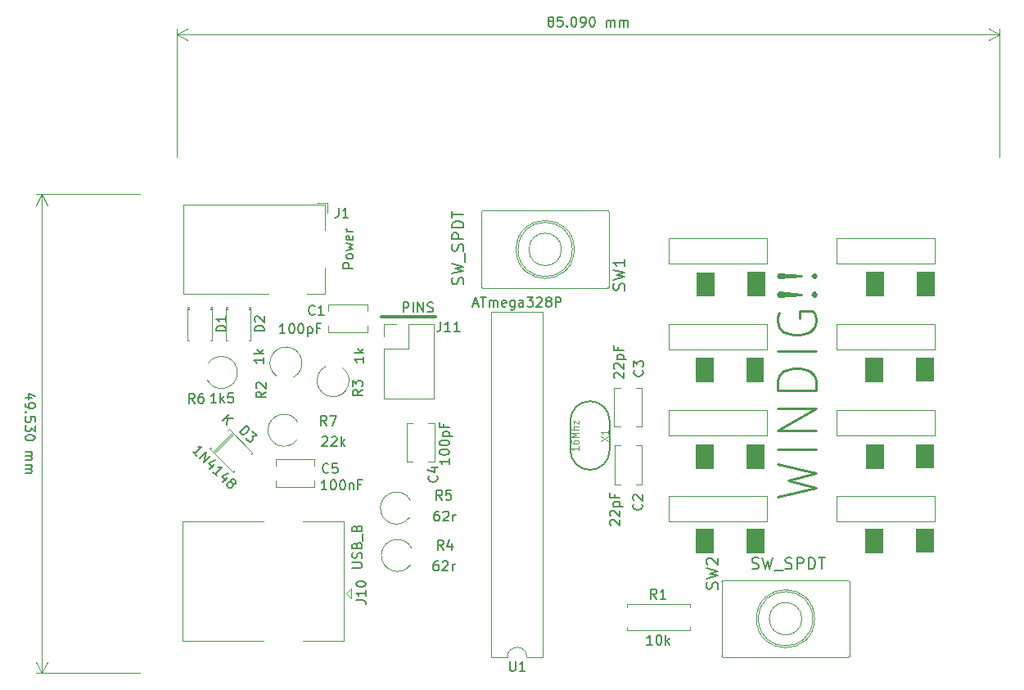
<source format=gbr>
G04 #@! TF.GenerationSoftware,KiCad,Pcbnew,5.1.4+dfsg1-1*
G04 #@! TF.CreationDate,2020-01-19T16:19:53-05:00*
G04 #@! TF.ProjectId,Windig_Kicad,57696e64-6967-45f4-9b69-6361642e6b69,rev?*
G04 #@! TF.SameCoordinates,Original*
G04 #@! TF.FileFunction,Legend,Top*
G04 #@! TF.FilePolarity,Positive*
%FSLAX46Y46*%
G04 Gerber Fmt 4.6, Leading zero omitted, Abs format (unit mm)*
G04 Created by KiCad (PCBNEW 5.1.4+dfsg1-1) date 2020-01-19 16:19:53*
%MOMM*%
%LPD*%
G04 APERTURE LIST*
%ADD10C,0.250000*%
%ADD11C,0.100000*%
%ADD12C,0.150000*%
%ADD13C,0.120000*%
%ADD14C,0.125000*%
%ADD15C,0.300000*%
%ADD16C,0.152400*%
%ADD17C,0.190500*%
G04 APERTURE END LIST*
D10*
X153559523Y-80844047D02*
X157559523Y-79891666D01*
X154702380Y-79129761D01*
X157559523Y-78367857D01*
X153559523Y-77415476D01*
X157559523Y-75891666D02*
X153559523Y-75891666D01*
X157559523Y-73986904D02*
X153559523Y-73986904D01*
X157559523Y-71701190D01*
X153559523Y-71701190D01*
X157559523Y-69796428D02*
X153559523Y-69796428D01*
X153559523Y-68844047D01*
X153750000Y-68272619D01*
X154130952Y-67891666D01*
X154511904Y-67701190D01*
X155273809Y-67510714D01*
X155845238Y-67510714D01*
X156607142Y-67701190D01*
X156988095Y-67891666D01*
X157369047Y-68272619D01*
X157559523Y-68844047D01*
X157559523Y-69796428D01*
X157559523Y-65796428D02*
X153559523Y-65796428D01*
X153750000Y-61796428D02*
X153559523Y-62177380D01*
X153559523Y-62748809D01*
X153750000Y-63320238D01*
X154130952Y-63701190D01*
X154511904Y-63891666D01*
X155273809Y-64082142D01*
X155845238Y-64082142D01*
X156607142Y-63891666D01*
X156988095Y-63701190D01*
X157369047Y-63320238D01*
X157559523Y-62748809D01*
X157559523Y-62367857D01*
X157369047Y-61796428D01*
X157178571Y-61605952D01*
X155845238Y-61605952D01*
X155845238Y-62367857D01*
X157178571Y-59891666D02*
X157369047Y-59701190D01*
X157559523Y-59891666D01*
X157369047Y-60082142D01*
X157178571Y-59891666D01*
X157559523Y-59891666D01*
X156035714Y-59891666D02*
X153750000Y-60082142D01*
X153559523Y-59891666D01*
X153750000Y-59701190D01*
X156035714Y-59891666D01*
X153559523Y-59891666D01*
X157178571Y-57986904D02*
X157369047Y-57796428D01*
X157559523Y-57986904D01*
X157369047Y-58177380D01*
X157178571Y-57986904D01*
X157559523Y-57986904D01*
X156035714Y-57986904D02*
X153750000Y-58177380D01*
X153559523Y-57986904D01*
X153750000Y-57796428D01*
X156035714Y-57986904D01*
X153559523Y-57986904D01*
D11*
G36*
X146900000Y-86600000D02*
G01*
X145125000Y-86600000D01*
X145125000Y-84175000D01*
X146900000Y-84175000D01*
X146900000Y-86600000D01*
G37*
X146900000Y-86600000D02*
X145125000Y-86600000D01*
X145125000Y-84175000D01*
X146900000Y-84175000D01*
X146900000Y-86600000D01*
G36*
X164450000Y-86575000D02*
G01*
X162675000Y-86575000D01*
X162675000Y-84150000D01*
X164450000Y-84150000D01*
X164450000Y-86575000D01*
G37*
X164450000Y-86575000D02*
X162675000Y-86575000D01*
X162675000Y-84150000D01*
X164450000Y-84150000D01*
X164450000Y-86575000D01*
G36*
X152125000Y-86575000D02*
G01*
X150350000Y-86575000D01*
X150350000Y-84150000D01*
X152125000Y-84150000D01*
X152125000Y-86575000D01*
G37*
X152125000Y-86575000D02*
X150350000Y-86575000D01*
X150350000Y-84150000D01*
X152125000Y-84150000D01*
X152125000Y-86575000D01*
G36*
X169675000Y-86550000D02*
G01*
X167900000Y-86550000D01*
X167900000Y-84125000D01*
X169675000Y-84125000D01*
X169675000Y-86550000D01*
G37*
X169675000Y-86550000D02*
X167900000Y-86550000D01*
X167900000Y-84125000D01*
X169675000Y-84125000D01*
X169675000Y-86550000D01*
G36*
X152150000Y-77850000D02*
G01*
X150375000Y-77850000D01*
X150375000Y-75425000D01*
X152150000Y-75425000D01*
X152150000Y-77850000D01*
G37*
X152150000Y-77850000D02*
X150375000Y-77850000D01*
X150375000Y-75425000D01*
X152150000Y-75425000D01*
X152150000Y-77850000D01*
G36*
X146925000Y-77875000D02*
G01*
X145150000Y-77875000D01*
X145150000Y-75450000D01*
X146925000Y-75450000D01*
X146925000Y-77875000D01*
G37*
X146925000Y-77875000D02*
X145150000Y-77875000D01*
X145150000Y-75450000D01*
X146925000Y-75450000D01*
X146925000Y-77875000D01*
G36*
X164475000Y-77850000D02*
G01*
X162700000Y-77850000D01*
X162700000Y-75425000D01*
X164475000Y-75425000D01*
X164475000Y-77850000D01*
G37*
X164475000Y-77850000D02*
X162700000Y-77850000D01*
X162700000Y-75425000D01*
X164475000Y-75425000D01*
X164475000Y-77850000D01*
G36*
X169700000Y-77825000D02*
G01*
X167925000Y-77825000D01*
X167925000Y-75400000D01*
X169700000Y-75400000D01*
X169700000Y-77825000D01*
G37*
X169700000Y-77825000D02*
X167925000Y-77825000D01*
X167925000Y-75400000D01*
X169700000Y-75400000D01*
X169700000Y-77825000D01*
G36*
X146875000Y-68900000D02*
G01*
X145100000Y-68900000D01*
X145100000Y-66475000D01*
X146875000Y-66475000D01*
X146875000Y-68900000D01*
G37*
X146875000Y-68900000D02*
X145100000Y-68900000D01*
X145100000Y-66475000D01*
X146875000Y-66475000D01*
X146875000Y-68900000D01*
G36*
X164425000Y-68875000D02*
G01*
X162650000Y-68875000D01*
X162650000Y-66450000D01*
X164425000Y-66450000D01*
X164425000Y-68875000D01*
G37*
X164425000Y-68875000D02*
X162650000Y-68875000D01*
X162650000Y-66450000D01*
X164425000Y-66450000D01*
X164425000Y-68875000D01*
G36*
X152100000Y-68875000D02*
G01*
X150325000Y-68875000D01*
X150325000Y-66450000D01*
X152100000Y-66450000D01*
X152100000Y-68875000D01*
G37*
X152100000Y-68875000D02*
X150325000Y-68875000D01*
X150325000Y-66450000D01*
X152100000Y-66450000D01*
X152100000Y-68875000D01*
G36*
X169650000Y-68850000D02*
G01*
X167875000Y-68850000D01*
X167875000Y-66425000D01*
X169650000Y-66425000D01*
X169650000Y-68850000D01*
G37*
X169650000Y-68850000D02*
X167875000Y-68850000D01*
X167875000Y-66425000D01*
X169650000Y-66425000D01*
X169650000Y-68850000D01*
G36*
X164525000Y-60000000D02*
G01*
X162750000Y-60000000D01*
X162750000Y-57575000D01*
X164525000Y-57575000D01*
X164525000Y-60000000D01*
G37*
X164525000Y-60000000D02*
X162750000Y-60000000D01*
X162750000Y-57575000D01*
X164525000Y-57575000D01*
X164525000Y-60000000D01*
G36*
X169750000Y-59975000D02*
G01*
X167975000Y-59975000D01*
X167975000Y-57550000D01*
X169750000Y-57550000D01*
X169750000Y-59975000D01*
G37*
X169750000Y-59975000D02*
X167975000Y-59975000D01*
X167975000Y-57550000D01*
X169750000Y-57550000D01*
X169750000Y-59975000D01*
G36*
X146975000Y-60025000D02*
G01*
X145200000Y-60025000D01*
X145200000Y-57600000D01*
X146975000Y-57600000D01*
X146975000Y-60025000D01*
G37*
X146975000Y-60025000D02*
X145200000Y-60025000D01*
X145200000Y-57600000D01*
X146975000Y-57600000D01*
X146975000Y-60025000D01*
G36*
X152200000Y-60000000D02*
G01*
X150425000Y-60000000D01*
X150425000Y-57575000D01*
X152200000Y-57575000D01*
X152200000Y-60000000D01*
G37*
X152200000Y-60000000D02*
X150425000Y-60000000D01*
X150425000Y-57575000D01*
X152200000Y-57575000D01*
X152200000Y-60000000D01*
D12*
X130032619Y-31630952D02*
X129937380Y-31583333D01*
X129889761Y-31535714D01*
X129842142Y-31440476D01*
X129842142Y-31392857D01*
X129889761Y-31297619D01*
X129937380Y-31250000D01*
X130032619Y-31202380D01*
X130223095Y-31202380D01*
X130318333Y-31250000D01*
X130365952Y-31297619D01*
X130413571Y-31392857D01*
X130413571Y-31440476D01*
X130365952Y-31535714D01*
X130318333Y-31583333D01*
X130223095Y-31630952D01*
X130032619Y-31630952D01*
X129937380Y-31678571D01*
X129889761Y-31726190D01*
X129842142Y-31821428D01*
X129842142Y-32011904D01*
X129889761Y-32107142D01*
X129937380Y-32154761D01*
X130032619Y-32202380D01*
X130223095Y-32202380D01*
X130318333Y-32154761D01*
X130365952Y-32107142D01*
X130413571Y-32011904D01*
X130413571Y-31821428D01*
X130365952Y-31726190D01*
X130318333Y-31678571D01*
X130223095Y-31630952D01*
X131318333Y-31202380D02*
X130842142Y-31202380D01*
X130794523Y-31678571D01*
X130842142Y-31630952D01*
X130937380Y-31583333D01*
X131175476Y-31583333D01*
X131270714Y-31630952D01*
X131318333Y-31678571D01*
X131365952Y-31773809D01*
X131365952Y-32011904D01*
X131318333Y-32107142D01*
X131270714Y-32154761D01*
X131175476Y-32202380D01*
X130937380Y-32202380D01*
X130842142Y-32154761D01*
X130794523Y-32107142D01*
X131794523Y-32107142D02*
X131842142Y-32154761D01*
X131794523Y-32202380D01*
X131746904Y-32154761D01*
X131794523Y-32107142D01*
X131794523Y-32202380D01*
X132461190Y-31202380D02*
X132556428Y-31202380D01*
X132651666Y-31250000D01*
X132699285Y-31297619D01*
X132746904Y-31392857D01*
X132794523Y-31583333D01*
X132794523Y-31821428D01*
X132746904Y-32011904D01*
X132699285Y-32107142D01*
X132651666Y-32154761D01*
X132556428Y-32202380D01*
X132461190Y-32202380D01*
X132365952Y-32154761D01*
X132318333Y-32107142D01*
X132270714Y-32011904D01*
X132223095Y-31821428D01*
X132223095Y-31583333D01*
X132270714Y-31392857D01*
X132318333Y-31297619D01*
X132365952Y-31250000D01*
X132461190Y-31202380D01*
X133270714Y-32202380D02*
X133461190Y-32202380D01*
X133556428Y-32154761D01*
X133604047Y-32107142D01*
X133699285Y-31964285D01*
X133746904Y-31773809D01*
X133746904Y-31392857D01*
X133699285Y-31297619D01*
X133651666Y-31250000D01*
X133556428Y-31202380D01*
X133365952Y-31202380D01*
X133270714Y-31250000D01*
X133223095Y-31297619D01*
X133175476Y-31392857D01*
X133175476Y-31630952D01*
X133223095Y-31726190D01*
X133270714Y-31773809D01*
X133365952Y-31821428D01*
X133556428Y-31821428D01*
X133651666Y-31773809D01*
X133699285Y-31726190D01*
X133746904Y-31630952D01*
X134365952Y-31202380D02*
X134461190Y-31202380D01*
X134556428Y-31250000D01*
X134604047Y-31297619D01*
X134651666Y-31392857D01*
X134699285Y-31583333D01*
X134699285Y-31821428D01*
X134651666Y-32011904D01*
X134604047Y-32107142D01*
X134556428Y-32154761D01*
X134461190Y-32202380D01*
X134365952Y-32202380D01*
X134270714Y-32154761D01*
X134223095Y-32107142D01*
X134175476Y-32011904D01*
X134127857Y-31821428D01*
X134127857Y-31583333D01*
X134175476Y-31392857D01*
X134223095Y-31297619D01*
X134270714Y-31250000D01*
X134365952Y-31202380D01*
X135889761Y-32202380D02*
X135889761Y-31535714D01*
X135889761Y-31630952D02*
X135937380Y-31583333D01*
X136032619Y-31535714D01*
X136175476Y-31535714D01*
X136270714Y-31583333D01*
X136318333Y-31678571D01*
X136318333Y-32202380D01*
X136318333Y-31678571D02*
X136365952Y-31583333D01*
X136461190Y-31535714D01*
X136604047Y-31535714D01*
X136699285Y-31583333D01*
X136746904Y-31678571D01*
X136746904Y-32202380D01*
X137223095Y-32202380D02*
X137223095Y-31535714D01*
X137223095Y-31630952D02*
X137270714Y-31583333D01*
X137365952Y-31535714D01*
X137508809Y-31535714D01*
X137604047Y-31583333D01*
X137651666Y-31678571D01*
X137651666Y-32202380D01*
X137651666Y-31678571D02*
X137699285Y-31583333D01*
X137794523Y-31535714D01*
X137937380Y-31535714D01*
X138032619Y-31583333D01*
X138080238Y-31678571D01*
X138080238Y-32202380D01*
D13*
X91440000Y-33020000D02*
X176530000Y-33020000D01*
X91440000Y-45720000D02*
X91440000Y-32433579D01*
X176530000Y-45720000D02*
X176530000Y-32433579D01*
X176530000Y-33020000D02*
X175403496Y-33606421D01*
X176530000Y-33020000D02*
X175403496Y-32433579D01*
X91440000Y-33020000D02*
X92566504Y-33606421D01*
X91440000Y-33020000D02*
X92566504Y-32433579D01*
D12*
X76414285Y-70628333D02*
X75747619Y-70628333D01*
X76795238Y-70390238D02*
X76080952Y-70152142D01*
X76080952Y-70771190D01*
X75747619Y-71199761D02*
X75747619Y-71390238D01*
X75795238Y-71485476D01*
X75842857Y-71533095D01*
X75985714Y-71628333D01*
X76176190Y-71675952D01*
X76557142Y-71675952D01*
X76652380Y-71628333D01*
X76700000Y-71580714D01*
X76747619Y-71485476D01*
X76747619Y-71295000D01*
X76700000Y-71199761D01*
X76652380Y-71152142D01*
X76557142Y-71104523D01*
X76319047Y-71104523D01*
X76223809Y-71152142D01*
X76176190Y-71199761D01*
X76128571Y-71295000D01*
X76128571Y-71485476D01*
X76176190Y-71580714D01*
X76223809Y-71628333D01*
X76319047Y-71675952D01*
X75842857Y-72104523D02*
X75795238Y-72152142D01*
X75747619Y-72104523D01*
X75795238Y-72056904D01*
X75842857Y-72104523D01*
X75747619Y-72104523D01*
X76747619Y-73056904D02*
X76747619Y-72580714D01*
X76271428Y-72533095D01*
X76319047Y-72580714D01*
X76366666Y-72675952D01*
X76366666Y-72914047D01*
X76319047Y-73009285D01*
X76271428Y-73056904D01*
X76176190Y-73104523D01*
X75938095Y-73104523D01*
X75842857Y-73056904D01*
X75795238Y-73009285D01*
X75747619Y-72914047D01*
X75747619Y-72675952D01*
X75795238Y-72580714D01*
X75842857Y-72533095D01*
X76747619Y-73437857D02*
X76747619Y-74056904D01*
X76366666Y-73723571D01*
X76366666Y-73866428D01*
X76319047Y-73961666D01*
X76271428Y-74009285D01*
X76176190Y-74056904D01*
X75938095Y-74056904D01*
X75842857Y-74009285D01*
X75795238Y-73961666D01*
X75747619Y-73866428D01*
X75747619Y-73580714D01*
X75795238Y-73485476D01*
X75842857Y-73437857D01*
X76747619Y-74675952D02*
X76747619Y-74771190D01*
X76700000Y-74866428D01*
X76652380Y-74914047D01*
X76557142Y-74961666D01*
X76366666Y-75009285D01*
X76128571Y-75009285D01*
X75938095Y-74961666D01*
X75842857Y-74914047D01*
X75795238Y-74866428D01*
X75747619Y-74771190D01*
X75747619Y-74675952D01*
X75795238Y-74580714D01*
X75842857Y-74533095D01*
X75938095Y-74485476D01*
X76128571Y-74437857D01*
X76366666Y-74437857D01*
X76557142Y-74485476D01*
X76652380Y-74533095D01*
X76700000Y-74580714D01*
X76747619Y-74675952D01*
X75747619Y-76199761D02*
X76414285Y-76199761D01*
X76319047Y-76199761D02*
X76366666Y-76247380D01*
X76414285Y-76342619D01*
X76414285Y-76485476D01*
X76366666Y-76580714D01*
X76271428Y-76628333D01*
X75747619Y-76628333D01*
X76271428Y-76628333D02*
X76366666Y-76675952D01*
X76414285Y-76771190D01*
X76414285Y-76914047D01*
X76366666Y-77009285D01*
X76271428Y-77056904D01*
X75747619Y-77056904D01*
X75747619Y-77533095D02*
X76414285Y-77533095D01*
X76319047Y-77533095D02*
X76366666Y-77580714D01*
X76414285Y-77675952D01*
X76414285Y-77818809D01*
X76366666Y-77914047D01*
X76271428Y-77961666D01*
X75747619Y-77961666D01*
X76271428Y-77961666D02*
X76366666Y-78009285D01*
X76414285Y-78104523D01*
X76414285Y-78247380D01*
X76366666Y-78342619D01*
X76271428Y-78390238D01*
X75747619Y-78390238D01*
D13*
X77470000Y-49530000D02*
X77470000Y-99060000D01*
X87630000Y-49530000D02*
X76883579Y-49530000D01*
X87630000Y-99060000D02*
X76883579Y-99060000D01*
X77470000Y-99060000D02*
X76883579Y-97933496D01*
X77470000Y-99060000D02*
X78056421Y-97933496D01*
X77470000Y-49530000D02*
X76883579Y-50656504D01*
X77470000Y-49530000D02*
X78056421Y-50656504D01*
X144505000Y-94670000D02*
X144505000Y-94340000D01*
X137965000Y-94670000D02*
X144505000Y-94670000D01*
X137965000Y-94340000D02*
X137965000Y-94670000D01*
X144505000Y-91930000D02*
X144505000Y-92260000D01*
X137965000Y-91930000D02*
X144505000Y-91930000D01*
X137965000Y-92260000D02*
X137965000Y-91930000D01*
X103869775Y-74921380D02*
G75*
G02X103978272Y-73150000I-1344775J971380D01*
G01*
X94705225Y-67003620D02*
G75*
G02X94596728Y-68775000I1344775J-971380D01*
G01*
X115494775Y-82971380D02*
G75*
G02X115603272Y-81200000I-1344775J971380D01*
G01*
X115594775Y-87871380D02*
G75*
G02X115703272Y-86100000I-1344775J971380D01*
G01*
X101753620Y-68344775D02*
G75*
G02X103525000Y-68453272I971380J1344775D01*
G01*
X108571380Y-67480225D02*
G75*
G02X106800000Y-67371728I-971380J-1344775D01*
G01*
X105695000Y-79170000D02*
X105695000Y-79795000D01*
X105695000Y-76955000D02*
X105695000Y-77580000D01*
X101655000Y-79170000D02*
X101655000Y-79795000D01*
X101655000Y-76955000D02*
X101655000Y-77580000D01*
X101655000Y-79795000D02*
X105695000Y-79795000D01*
X101655000Y-76955000D02*
X105695000Y-76955000D01*
X97173330Y-74190147D02*
X95165147Y-76198330D01*
X97343036Y-74359853D02*
X95334853Y-76368036D01*
X97258183Y-74275000D02*
X95250000Y-76283183D01*
X97258183Y-78291367D02*
X97385462Y-78164087D01*
X94825736Y-75858919D02*
X97258183Y-78291367D01*
X94953015Y-75731640D02*
X94825736Y-75858919D01*
X99266367Y-76283183D02*
X99139087Y-76410462D01*
X96833919Y-73850736D02*
X99266367Y-76283183D01*
X96706640Y-73978015D02*
X96833919Y-73850736D01*
D12*
X134175000Y-70939000D02*
G75*
G03X132143000Y-72971000I0J-2032000D01*
G01*
X136207000Y-72971000D02*
G75*
G03X134175000Y-70939000I-2032000J0D01*
G01*
X132143000Y-76019000D02*
G75*
G03X134175000Y-78051000I2032000J0D01*
G01*
X134175000Y-78051000D02*
G75*
G03X136207000Y-76019000I0J2032000D01*
G01*
X132143000Y-72971000D02*
X132143000Y-76019000D01*
X132143000Y-76019000D02*
X132143000Y-72971000D01*
X136207000Y-76019000D02*
X136207000Y-72971000D01*
D13*
X123990000Y-97405000D02*
X125640000Y-97405000D01*
X123990000Y-61725000D02*
X123990000Y-97405000D01*
X129290000Y-61725000D02*
X123990000Y-61725000D01*
X129290000Y-97405000D02*
X129290000Y-61725000D01*
X127640000Y-97405000D02*
X129290000Y-97405000D01*
X125640000Y-97405000D02*
G75*
G02X127640000Y-97405000I1000000J0D01*
G01*
D14*
X147800000Y-97350000D02*
X147800000Y-89550000D01*
X147900000Y-89450000D02*
X160900000Y-89450000D01*
X161000000Y-89550000D02*
X161000000Y-97350000D01*
X160900000Y-97450000D02*
X147900000Y-97450000D01*
X157400000Y-93450000D02*
G75*
G03X157400000Y-93450000I-3000000J0D01*
G01*
X147923000Y-97450500D02*
G75*
G02X147796000Y-97323500I0J127000D01*
G01*
X160877000Y-89449500D02*
G75*
G02X161004000Y-89576500I0J-127000D01*
G01*
X147796000Y-89576500D02*
G75*
G02X147923000Y-89449500I127000J0D01*
G01*
X161004000Y-97323500D02*
G75*
G02X160877000Y-97450500I-127000J0D01*
G01*
X157205522Y-93450000D02*
G75*
G03X157205522Y-93450000I-2805522J0D01*
G01*
X156081252Y-93450000D02*
G75*
G03X156081252Y-93450000I-1681252J0D01*
G01*
X136140000Y-51345000D02*
X136140000Y-59145000D01*
X136040000Y-59245000D02*
X123040000Y-59245000D01*
X122940000Y-59145000D02*
X122940000Y-51345000D01*
X123040000Y-51245000D02*
X136040000Y-51245000D01*
X132540000Y-55245000D02*
G75*
G03X132540000Y-55245000I-3000000J0D01*
G01*
X136017000Y-51244500D02*
G75*
G02X136144000Y-51371500I0J-127000D01*
G01*
X123063000Y-59245500D02*
G75*
G02X122936000Y-59118500I0J127000D01*
G01*
X136144000Y-59118500D02*
G75*
G02X136017000Y-59245500I-127000J0D01*
G01*
X122936000Y-51371500D02*
G75*
G02X123063000Y-51244500I127000J0D01*
G01*
X132345522Y-55245000D02*
G75*
G03X132345522Y-55245000I-2805522J0D01*
G01*
X131221252Y-55245000D02*
G75*
G03X131221252Y-55245000I-1681252J0D01*
G01*
D13*
X152515000Y-62965000D02*
X142355000Y-62965000D01*
X142355000Y-62965000D02*
X142355000Y-65632000D01*
X142355000Y-65632000D02*
X152515000Y-65632000D01*
X152515000Y-65632000D02*
X152515000Y-62965000D01*
X169870000Y-62965000D02*
X159710000Y-62965000D01*
X159710000Y-62965000D02*
X159710000Y-65632000D01*
X159710000Y-65632000D02*
X169870000Y-65632000D01*
X169870000Y-65632000D02*
X169870000Y-62965000D01*
X152515000Y-80745000D02*
X142355000Y-80745000D01*
X142355000Y-80745000D02*
X142355000Y-83412000D01*
X142355000Y-83412000D02*
X152515000Y-83412000D01*
X152515000Y-83412000D02*
X152515000Y-80745000D01*
X169870000Y-80745000D02*
X159710000Y-80745000D01*
X159710000Y-80745000D02*
X159710000Y-83412000D01*
X159710000Y-83412000D02*
X169870000Y-83412000D01*
X169870000Y-83412000D02*
X169870000Y-80745000D01*
D15*
X118214000Y-62238000D02*
X112626000Y-62238000D01*
D13*
X112820000Y-62940000D02*
X114090000Y-62940000D01*
X112820000Y-64270000D02*
X112820000Y-62940000D01*
X115420000Y-65540000D02*
X112820000Y-65540000D01*
X115420000Y-62940000D02*
X115420000Y-65540000D01*
X118020000Y-62940000D02*
X115420000Y-62940000D01*
X118020000Y-70680000D02*
X118020000Y-62940000D01*
X112820000Y-70680000D02*
X118020000Y-70680000D01*
X112820000Y-65540000D02*
X112820000Y-70680000D01*
X152515000Y-54075000D02*
X142355000Y-54075000D01*
X142355000Y-54075000D02*
X142355000Y-56742000D01*
X142355000Y-56742000D02*
X152515000Y-56742000D01*
X152515000Y-56742000D02*
X152515000Y-54075000D01*
X169870000Y-54075000D02*
X159710000Y-54075000D01*
X159710000Y-54075000D02*
X159710000Y-56742000D01*
X159710000Y-56742000D02*
X169870000Y-56742000D01*
X169870000Y-56742000D02*
X169870000Y-54075000D01*
X152515000Y-71855000D02*
X142355000Y-71855000D01*
X142355000Y-71855000D02*
X142355000Y-74522000D01*
X142355000Y-74522000D02*
X152515000Y-74522000D01*
X152515000Y-74522000D02*
X152515000Y-71855000D01*
X169870000Y-71855000D02*
X159710000Y-71855000D01*
X159710000Y-71855000D02*
X159710000Y-74522000D01*
X159710000Y-74522000D02*
X169870000Y-74522000D01*
X169870000Y-74522000D02*
X169870000Y-71855000D01*
X109470000Y-90305000D02*
X108970000Y-90805000D01*
X109470000Y-91305000D02*
X109470000Y-90305000D01*
X108970000Y-90805000D02*
X109470000Y-91305000D01*
X92030000Y-83395000D02*
X100390000Y-83395000D01*
X92030000Y-95715000D02*
X92030000Y-83395000D01*
X100390000Y-95715000D02*
X92030000Y-95715000D01*
X108750000Y-83395000D02*
X104490000Y-83395000D01*
X108750000Y-95715000D02*
X108750000Y-83395000D01*
X104490000Y-95715000D02*
X108750000Y-95715000D01*
X106980000Y-51495000D02*
X106980000Y-50445000D01*
X105930000Y-50445000D02*
X106980000Y-50445000D01*
X100880000Y-59845000D02*
X92080000Y-59845000D01*
X92080000Y-59845000D02*
X92080000Y-50645000D01*
X106780000Y-57145000D02*
X106780000Y-59845000D01*
X106780000Y-59845000D02*
X104880000Y-59845000D01*
X92080000Y-50645000D02*
X106780000Y-50645000D01*
X106780000Y-50645000D02*
X106780000Y-53245000D01*
X96695000Y-61475000D02*
X96515000Y-61475000D01*
X99035000Y-61475000D02*
X98855000Y-61475000D01*
X96695000Y-61355000D02*
X96515000Y-61355000D01*
X99035000Y-61355000D02*
X98855000Y-61355000D01*
X96680000Y-64655000D02*
X96515000Y-64655000D01*
X99035000Y-64655000D02*
X98870000Y-64655000D01*
X96695000Y-61235000D02*
X96515000Y-61235000D01*
X99035000Y-61235000D02*
X98855000Y-61235000D01*
X96515000Y-61235000D02*
X96515000Y-64655000D01*
X99035000Y-61235000D02*
X99035000Y-64655000D01*
X92720000Y-61475000D02*
X92540000Y-61475000D01*
X95060000Y-61475000D02*
X94880000Y-61475000D01*
X92720000Y-61355000D02*
X92540000Y-61355000D01*
X95060000Y-61355000D02*
X94880000Y-61355000D01*
X92705000Y-64655000D02*
X92540000Y-64655000D01*
X95060000Y-64655000D02*
X94895000Y-64655000D01*
X92720000Y-61235000D02*
X92540000Y-61235000D01*
X95060000Y-61235000D02*
X94880000Y-61235000D01*
X92540000Y-61235000D02*
X92540000Y-64655000D01*
X95060000Y-61235000D02*
X95060000Y-64655000D01*
X138895000Y-69555000D02*
X139520000Y-69555000D01*
X136680000Y-69555000D02*
X137305000Y-69555000D01*
X138895000Y-73595000D02*
X139520000Y-73595000D01*
X136680000Y-73595000D02*
X137305000Y-73595000D01*
X139520000Y-73595000D02*
X139520000Y-69555000D01*
X136680000Y-73595000D02*
X136680000Y-69555000D01*
X137330000Y-79570000D02*
X136705000Y-79570000D01*
X139545000Y-79570000D02*
X138920000Y-79570000D01*
X137330000Y-75530000D02*
X136705000Y-75530000D01*
X139545000Y-75530000D02*
X138920000Y-75530000D01*
X136705000Y-75530000D02*
X136705000Y-79570000D01*
X139545000Y-75530000D02*
X139545000Y-79570000D01*
X107130000Y-61580000D02*
X107130000Y-60955000D01*
X107130000Y-63795000D02*
X107130000Y-63170000D01*
X111170000Y-61580000D02*
X111170000Y-60955000D01*
X111170000Y-63795000D02*
X111170000Y-63170000D01*
X111170000Y-60955000D02*
X107130000Y-60955000D01*
X111170000Y-63795000D02*
X107130000Y-63795000D01*
X115855000Y-77220000D02*
X115230000Y-77220000D01*
X118070000Y-77220000D02*
X117445000Y-77220000D01*
X115855000Y-73180000D02*
X115230000Y-73180000D01*
X118070000Y-73180000D02*
X117445000Y-73180000D01*
X115230000Y-73180000D02*
X115230000Y-77220000D01*
X118070000Y-73180000D02*
X118070000Y-77220000D01*
D12*
X141068333Y-91382380D02*
X140735000Y-90906190D01*
X140496904Y-91382380D02*
X140496904Y-90382380D01*
X140877857Y-90382380D01*
X140973095Y-90430000D01*
X141020714Y-90477619D01*
X141068333Y-90572857D01*
X141068333Y-90715714D01*
X141020714Y-90810952D01*
X140973095Y-90858571D01*
X140877857Y-90906190D01*
X140496904Y-90906190D01*
X142020714Y-91382380D02*
X141449285Y-91382380D01*
X141735000Y-91382380D02*
X141735000Y-90382380D01*
X141639761Y-90525238D01*
X141544523Y-90620476D01*
X141449285Y-90668095D01*
X140639761Y-96122380D02*
X140068333Y-96122380D01*
X140354047Y-96122380D02*
X140354047Y-95122380D01*
X140258809Y-95265238D01*
X140163571Y-95360476D01*
X140068333Y-95408095D01*
X141258809Y-95122380D02*
X141354047Y-95122380D01*
X141449285Y-95170000D01*
X141496904Y-95217619D01*
X141544523Y-95312857D01*
X141592142Y-95503333D01*
X141592142Y-95741428D01*
X141544523Y-95931904D01*
X141496904Y-96027142D01*
X141449285Y-96074761D01*
X141354047Y-96122380D01*
X141258809Y-96122380D01*
X141163571Y-96074761D01*
X141115952Y-96027142D01*
X141068333Y-95931904D01*
X141020714Y-95741428D01*
X141020714Y-95503333D01*
X141068333Y-95312857D01*
X141115952Y-95217619D01*
X141163571Y-95170000D01*
X141258809Y-95122380D01*
X142020714Y-96122380D02*
X142020714Y-95122380D01*
X142115952Y-95741428D02*
X142401666Y-96122380D01*
X142401666Y-95455714D02*
X142020714Y-95836666D01*
X106933333Y-73477380D02*
X106600000Y-73001190D01*
X106361904Y-73477380D02*
X106361904Y-72477380D01*
X106742857Y-72477380D01*
X106838095Y-72525000D01*
X106885714Y-72572619D01*
X106933333Y-72667857D01*
X106933333Y-72810714D01*
X106885714Y-72905952D01*
X106838095Y-72953571D01*
X106742857Y-73001190D01*
X106361904Y-73001190D01*
X107266666Y-72477380D02*
X107933333Y-72477380D01*
X107504761Y-73477380D01*
X106483333Y-74697619D02*
X106530952Y-74650000D01*
X106626190Y-74602380D01*
X106864285Y-74602380D01*
X106959523Y-74650000D01*
X107007142Y-74697619D01*
X107054761Y-74792857D01*
X107054761Y-74888095D01*
X107007142Y-75030952D01*
X106435714Y-75602380D01*
X107054761Y-75602380D01*
X107435714Y-74697619D02*
X107483333Y-74650000D01*
X107578571Y-74602380D01*
X107816666Y-74602380D01*
X107911904Y-74650000D01*
X107959523Y-74697619D01*
X108007142Y-74792857D01*
X108007142Y-74888095D01*
X107959523Y-75030952D01*
X107388095Y-75602380D01*
X108007142Y-75602380D01*
X108435714Y-75602380D02*
X108435714Y-74602380D01*
X108530952Y-75221428D02*
X108816666Y-75602380D01*
X108816666Y-74935714D02*
X108435714Y-75316666D01*
X93283333Y-71147380D02*
X92950000Y-70671190D01*
X92711904Y-71147380D02*
X92711904Y-70147380D01*
X93092857Y-70147380D01*
X93188095Y-70195000D01*
X93235714Y-70242619D01*
X93283333Y-70337857D01*
X93283333Y-70480714D01*
X93235714Y-70575952D01*
X93188095Y-70623571D01*
X93092857Y-70671190D01*
X92711904Y-70671190D01*
X94140476Y-70147380D02*
X93950000Y-70147380D01*
X93854761Y-70195000D01*
X93807142Y-70242619D01*
X93711904Y-70385476D01*
X93664285Y-70575952D01*
X93664285Y-70956904D01*
X93711904Y-71052142D01*
X93759523Y-71099761D01*
X93854761Y-71147380D01*
X94045238Y-71147380D01*
X94140476Y-71099761D01*
X94188095Y-71052142D01*
X94235714Y-70956904D01*
X94235714Y-70718809D01*
X94188095Y-70623571D01*
X94140476Y-70575952D01*
X94045238Y-70528333D01*
X93854761Y-70528333D01*
X93759523Y-70575952D01*
X93711904Y-70623571D01*
X93664285Y-70718809D01*
X95529761Y-71102380D02*
X94958333Y-71102380D01*
X95244047Y-71102380D02*
X95244047Y-70102380D01*
X95148809Y-70245238D01*
X95053571Y-70340476D01*
X94958333Y-70388095D01*
X95958333Y-71102380D02*
X95958333Y-70102380D01*
X96053571Y-70721428D02*
X96339285Y-71102380D01*
X96339285Y-70435714D02*
X95958333Y-70816666D01*
X97244047Y-70102380D02*
X96767857Y-70102380D01*
X96720238Y-70578571D01*
X96767857Y-70530952D01*
X96863095Y-70483333D01*
X97101190Y-70483333D01*
X97196428Y-70530952D01*
X97244047Y-70578571D01*
X97291666Y-70673809D01*
X97291666Y-70911904D01*
X97244047Y-71007142D01*
X97196428Y-71054761D01*
X97101190Y-71102380D01*
X96863095Y-71102380D01*
X96767857Y-71054761D01*
X96720238Y-71007142D01*
X118883333Y-81152380D02*
X118550000Y-80676190D01*
X118311904Y-81152380D02*
X118311904Y-80152380D01*
X118692857Y-80152380D01*
X118788095Y-80200000D01*
X118835714Y-80247619D01*
X118883333Y-80342857D01*
X118883333Y-80485714D01*
X118835714Y-80580952D01*
X118788095Y-80628571D01*
X118692857Y-80676190D01*
X118311904Y-80676190D01*
X119788095Y-80152380D02*
X119311904Y-80152380D01*
X119264285Y-80628571D01*
X119311904Y-80580952D01*
X119407142Y-80533333D01*
X119645238Y-80533333D01*
X119740476Y-80580952D01*
X119788095Y-80628571D01*
X119835714Y-80723809D01*
X119835714Y-80961904D01*
X119788095Y-81057142D01*
X119740476Y-81104761D01*
X119645238Y-81152380D01*
X119407142Y-81152380D01*
X119311904Y-81104761D01*
X119264285Y-81057142D01*
X118504761Y-82327380D02*
X118314285Y-82327380D01*
X118219047Y-82375000D01*
X118171428Y-82422619D01*
X118076190Y-82565476D01*
X118028571Y-82755952D01*
X118028571Y-83136904D01*
X118076190Y-83232142D01*
X118123809Y-83279761D01*
X118219047Y-83327380D01*
X118409523Y-83327380D01*
X118504761Y-83279761D01*
X118552380Y-83232142D01*
X118600000Y-83136904D01*
X118600000Y-82898809D01*
X118552380Y-82803571D01*
X118504761Y-82755952D01*
X118409523Y-82708333D01*
X118219047Y-82708333D01*
X118123809Y-82755952D01*
X118076190Y-82803571D01*
X118028571Y-82898809D01*
X118980952Y-82422619D02*
X119028571Y-82375000D01*
X119123809Y-82327380D01*
X119361904Y-82327380D01*
X119457142Y-82375000D01*
X119504761Y-82422619D01*
X119552380Y-82517857D01*
X119552380Y-82613095D01*
X119504761Y-82755952D01*
X118933333Y-83327380D01*
X119552380Y-83327380D01*
X119980952Y-83327380D02*
X119980952Y-82660714D01*
X119980952Y-82851190D02*
X120028571Y-82755952D01*
X120076190Y-82708333D01*
X120171428Y-82660714D01*
X120266666Y-82660714D01*
X119033333Y-86302380D02*
X118700000Y-85826190D01*
X118461904Y-86302380D02*
X118461904Y-85302380D01*
X118842857Y-85302380D01*
X118938095Y-85350000D01*
X118985714Y-85397619D01*
X119033333Y-85492857D01*
X119033333Y-85635714D01*
X118985714Y-85730952D01*
X118938095Y-85778571D01*
X118842857Y-85826190D01*
X118461904Y-85826190D01*
X119890476Y-85635714D02*
X119890476Y-86302380D01*
X119652380Y-85254761D02*
X119414285Y-85969047D01*
X120033333Y-85969047D01*
X118454761Y-87477380D02*
X118264285Y-87477380D01*
X118169047Y-87525000D01*
X118121428Y-87572619D01*
X118026190Y-87715476D01*
X117978571Y-87905952D01*
X117978571Y-88286904D01*
X118026190Y-88382142D01*
X118073809Y-88429761D01*
X118169047Y-88477380D01*
X118359523Y-88477380D01*
X118454761Y-88429761D01*
X118502380Y-88382142D01*
X118550000Y-88286904D01*
X118550000Y-88048809D01*
X118502380Y-87953571D01*
X118454761Y-87905952D01*
X118359523Y-87858333D01*
X118169047Y-87858333D01*
X118073809Y-87905952D01*
X118026190Y-87953571D01*
X117978571Y-88048809D01*
X118930952Y-87572619D02*
X118978571Y-87525000D01*
X119073809Y-87477380D01*
X119311904Y-87477380D01*
X119407142Y-87525000D01*
X119454761Y-87572619D01*
X119502380Y-87667857D01*
X119502380Y-87763095D01*
X119454761Y-87905952D01*
X118883333Y-88477380D01*
X119502380Y-88477380D01*
X119930952Y-88477380D02*
X119930952Y-87810714D01*
X119930952Y-88001190D02*
X119978571Y-87905952D01*
X120026190Y-87858333D01*
X120121428Y-87810714D01*
X120216666Y-87810714D01*
X110627380Y-69766666D02*
X110151190Y-70100000D01*
X110627380Y-70338095D02*
X109627380Y-70338095D01*
X109627380Y-69957142D01*
X109675000Y-69861904D01*
X109722619Y-69814285D01*
X109817857Y-69766666D01*
X109960714Y-69766666D01*
X110055952Y-69814285D01*
X110103571Y-69861904D01*
X110151190Y-69957142D01*
X110151190Y-70338095D01*
X109627380Y-69433333D02*
X109627380Y-68814285D01*
X110008333Y-69147619D01*
X110008333Y-69004761D01*
X110055952Y-68909523D01*
X110103571Y-68861904D01*
X110198809Y-68814285D01*
X110436904Y-68814285D01*
X110532142Y-68861904D01*
X110579761Y-68909523D01*
X110627380Y-69004761D01*
X110627380Y-69290476D01*
X110579761Y-69385714D01*
X110532142Y-69433333D01*
X100427380Y-66444047D02*
X100427380Y-67015476D01*
X100427380Y-66729761D02*
X99427380Y-66729761D01*
X99570238Y-66825000D01*
X99665476Y-66920238D01*
X99713095Y-67015476D01*
X100427380Y-66015476D02*
X99427380Y-66015476D01*
X100046428Y-65920238D02*
X100427380Y-65634523D01*
X99760714Y-65634523D02*
X100141666Y-66015476D01*
X100627380Y-69966666D02*
X100151190Y-70300000D01*
X100627380Y-70538095D02*
X99627380Y-70538095D01*
X99627380Y-70157142D01*
X99675000Y-70061904D01*
X99722619Y-70014285D01*
X99817857Y-69966666D01*
X99960714Y-69966666D01*
X100055952Y-70014285D01*
X100103571Y-70061904D01*
X100151190Y-70157142D01*
X100151190Y-70538095D01*
X99722619Y-69585714D02*
X99675000Y-69538095D01*
X99627380Y-69442857D01*
X99627380Y-69204761D01*
X99675000Y-69109523D01*
X99722619Y-69061904D01*
X99817857Y-69014285D01*
X99913095Y-69014285D01*
X100055952Y-69061904D01*
X100627380Y-69633333D01*
X100627380Y-69014285D01*
X110777380Y-66344047D02*
X110777380Y-66915476D01*
X110777380Y-66629761D02*
X109777380Y-66629761D01*
X109920238Y-66725000D01*
X110015476Y-66820238D01*
X110063095Y-66915476D01*
X110777380Y-65915476D02*
X109777380Y-65915476D01*
X110396428Y-65820238D02*
X110777380Y-65534523D01*
X110110714Y-65534523D02*
X110491666Y-65915476D01*
X107133333Y-78282142D02*
X107085714Y-78329761D01*
X106942857Y-78377380D01*
X106847619Y-78377380D01*
X106704761Y-78329761D01*
X106609523Y-78234523D01*
X106561904Y-78139285D01*
X106514285Y-77948809D01*
X106514285Y-77805952D01*
X106561904Y-77615476D01*
X106609523Y-77520238D01*
X106704761Y-77425000D01*
X106847619Y-77377380D01*
X106942857Y-77377380D01*
X107085714Y-77425000D01*
X107133333Y-77472619D01*
X108038095Y-77377380D02*
X107561904Y-77377380D01*
X107514285Y-77853571D01*
X107561904Y-77805952D01*
X107657142Y-77758333D01*
X107895238Y-77758333D01*
X107990476Y-77805952D01*
X108038095Y-77853571D01*
X108085714Y-77948809D01*
X108085714Y-78186904D01*
X108038095Y-78282142D01*
X107990476Y-78329761D01*
X107895238Y-78377380D01*
X107657142Y-78377380D01*
X107561904Y-78329761D01*
X107514285Y-78282142D01*
X106952380Y-80102380D02*
X106380952Y-80102380D01*
X106666666Y-80102380D02*
X106666666Y-79102380D01*
X106571428Y-79245238D01*
X106476190Y-79340476D01*
X106380952Y-79388095D01*
X107571428Y-79102380D02*
X107666666Y-79102380D01*
X107761904Y-79150000D01*
X107809523Y-79197619D01*
X107857142Y-79292857D01*
X107904761Y-79483333D01*
X107904761Y-79721428D01*
X107857142Y-79911904D01*
X107809523Y-80007142D01*
X107761904Y-80054761D01*
X107666666Y-80102380D01*
X107571428Y-80102380D01*
X107476190Y-80054761D01*
X107428571Y-80007142D01*
X107380952Y-79911904D01*
X107333333Y-79721428D01*
X107333333Y-79483333D01*
X107380952Y-79292857D01*
X107428571Y-79197619D01*
X107476190Y-79150000D01*
X107571428Y-79102380D01*
X108523809Y-79102380D02*
X108619047Y-79102380D01*
X108714285Y-79150000D01*
X108761904Y-79197619D01*
X108809523Y-79292857D01*
X108857142Y-79483333D01*
X108857142Y-79721428D01*
X108809523Y-79911904D01*
X108761904Y-80007142D01*
X108714285Y-80054761D01*
X108619047Y-80102380D01*
X108523809Y-80102380D01*
X108428571Y-80054761D01*
X108380952Y-80007142D01*
X108333333Y-79911904D01*
X108285714Y-79721428D01*
X108285714Y-79483333D01*
X108333333Y-79292857D01*
X108380952Y-79197619D01*
X108428571Y-79150000D01*
X108523809Y-79102380D01*
X109285714Y-79435714D02*
X109285714Y-80102380D01*
X109285714Y-79530952D02*
X109333333Y-79483333D01*
X109428571Y-79435714D01*
X109571428Y-79435714D01*
X109666666Y-79483333D01*
X109714285Y-79578571D01*
X109714285Y-80102380D01*
X110523809Y-79578571D02*
X110190476Y-79578571D01*
X110190476Y-80102380D02*
X110190476Y-79102380D01*
X110666666Y-79102380D01*
X97915456Y-74157822D02*
X98622562Y-73450715D01*
X98790921Y-73619074D01*
X98858265Y-73753761D01*
X98858265Y-73888448D01*
X98824593Y-73989463D01*
X98723578Y-74157822D01*
X98622562Y-74258837D01*
X98454204Y-74359853D01*
X98353188Y-74393524D01*
X98218501Y-74393524D01*
X98083814Y-74326181D01*
X97915456Y-74157822D01*
X99262326Y-74090478D02*
X99700059Y-74528211D01*
X99194982Y-74561883D01*
X99295998Y-74662898D01*
X99329669Y-74763914D01*
X99329669Y-74831257D01*
X99295998Y-74932272D01*
X99127639Y-75100631D01*
X99026624Y-75134303D01*
X98959280Y-75134303D01*
X98858265Y-75100631D01*
X98656234Y-74898601D01*
X98622562Y-74797585D01*
X98622562Y-74730242D01*
X93499742Y-76586902D02*
X93095681Y-76182841D01*
X93297712Y-76384872D02*
X94004818Y-75677765D01*
X93836460Y-75711437D01*
X93701773Y-75711437D01*
X93600757Y-75677765D01*
X93802788Y-76889948D02*
X94509895Y-76182841D01*
X94206849Y-77294009D01*
X94913956Y-76586902D01*
X95318017Y-77462368D02*
X94846612Y-77933772D01*
X95419032Y-77024635D02*
X94745597Y-77361353D01*
X95183330Y-77799085D01*
X95587391Y-78674551D02*
X95183330Y-78270490D01*
X95385360Y-78472520D02*
X96092467Y-77765414D01*
X95924108Y-77799085D01*
X95789421Y-77799085D01*
X95688406Y-77765414D01*
X96664887Y-78809238D02*
X96193482Y-79280642D01*
X96765902Y-78371505D02*
X96092467Y-78708223D01*
X96530200Y-79145955D01*
X97068948Y-79347986D02*
X97035276Y-79246971D01*
X97035276Y-79179627D01*
X97068948Y-79078612D01*
X97102619Y-79044940D01*
X97203635Y-79011268D01*
X97270978Y-79011268D01*
X97371993Y-79044940D01*
X97506680Y-79179627D01*
X97540352Y-79280642D01*
X97540352Y-79347986D01*
X97506680Y-79449001D01*
X97473009Y-79482673D01*
X97371993Y-79516345D01*
X97304650Y-79516345D01*
X97203635Y-79482673D01*
X97068948Y-79347986D01*
X96967932Y-79314314D01*
X96900589Y-79314314D01*
X96799574Y-79347986D01*
X96664887Y-79482673D01*
X96631215Y-79583688D01*
X96631215Y-79651032D01*
X96664887Y-79752047D01*
X96799574Y-79886734D01*
X96900589Y-79920406D01*
X96967932Y-79920406D01*
X97068948Y-79886734D01*
X97203635Y-79752047D01*
X97237306Y-79651032D01*
X97237306Y-79583688D01*
X97203635Y-79482673D01*
X96159137Y-72995473D02*
X96866244Y-72288366D01*
X96563198Y-73399534D02*
X96664214Y-72692427D01*
X97270305Y-72692427D02*
X96462183Y-72692427D01*
D11*
X135315666Y-75061666D02*
X136015666Y-74595000D01*
X135315666Y-74595000D02*
X136015666Y-75061666D01*
X136015666Y-73961666D02*
X136015666Y-74361666D01*
X136015666Y-74161666D02*
X135315666Y-74161666D01*
X135415666Y-74228333D01*
X135482333Y-74295000D01*
X135515666Y-74361666D01*
X132967666Y-75628333D02*
X132967666Y-76028333D01*
X132967666Y-75828333D02*
X132267666Y-75828333D01*
X132367666Y-75895000D01*
X132434333Y-75961666D01*
X132467666Y-76028333D01*
X132267666Y-75028333D02*
X132267666Y-75161666D01*
X132301000Y-75228333D01*
X132334333Y-75261666D01*
X132434333Y-75328333D01*
X132567666Y-75361666D01*
X132834333Y-75361666D01*
X132901000Y-75328333D01*
X132934333Y-75295000D01*
X132967666Y-75228333D01*
X132967666Y-75095000D01*
X132934333Y-75028333D01*
X132901000Y-74995000D01*
X132834333Y-74961666D01*
X132667666Y-74961666D01*
X132601000Y-74995000D01*
X132567666Y-75028333D01*
X132534333Y-75095000D01*
X132534333Y-75228333D01*
X132567666Y-75295000D01*
X132601000Y-75328333D01*
X132667666Y-75361666D01*
X132967666Y-74661666D02*
X132267666Y-74661666D01*
X132767666Y-74428333D01*
X132267666Y-74195000D01*
X132967666Y-74195000D01*
X132967666Y-73861666D02*
X132267666Y-73861666D01*
X132967666Y-73561666D02*
X132601000Y-73561666D01*
X132534333Y-73595000D01*
X132501000Y-73661666D01*
X132501000Y-73761666D01*
X132534333Y-73828333D01*
X132567666Y-73861666D01*
X132501000Y-73295000D02*
X132501000Y-72928333D01*
X132967666Y-73295000D01*
X132967666Y-72928333D01*
D12*
X125878095Y-97857380D02*
X125878095Y-98666904D01*
X125925714Y-98762142D01*
X125973333Y-98809761D01*
X126068571Y-98857380D01*
X126259047Y-98857380D01*
X126354285Y-98809761D01*
X126401904Y-98762142D01*
X126449523Y-98666904D01*
X126449523Y-97857380D01*
X127449523Y-98857380D02*
X126878095Y-98857380D01*
X127163809Y-98857380D02*
X127163809Y-97857380D01*
X127068571Y-98000238D01*
X126973333Y-98095476D01*
X126878095Y-98143095D01*
X122092380Y-60891666D02*
X122568571Y-60891666D01*
X121997142Y-61177380D02*
X122330476Y-60177380D01*
X122663809Y-61177380D01*
X122854285Y-60177380D02*
X123425714Y-60177380D01*
X123140000Y-61177380D02*
X123140000Y-60177380D01*
X123759047Y-61177380D02*
X123759047Y-60510714D01*
X123759047Y-60605952D02*
X123806666Y-60558333D01*
X123901904Y-60510714D01*
X124044761Y-60510714D01*
X124140000Y-60558333D01*
X124187619Y-60653571D01*
X124187619Y-61177380D01*
X124187619Y-60653571D02*
X124235238Y-60558333D01*
X124330476Y-60510714D01*
X124473333Y-60510714D01*
X124568571Y-60558333D01*
X124616190Y-60653571D01*
X124616190Y-61177380D01*
X125473333Y-61129761D02*
X125378095Y-61177380D01*
X125187619Y-61177380D01*
X125092380Y-61129761D01*
X125044761Y-61034523D01*
X125044761Y-60653571D01*
X125092380Y-60558333D01*
X125187619Y-60510714D01*
X125378095Y-60510714D01*
X125473333Y-60558333D01*
X125520952Y-60653571D01*
X125520952Y-60748809D01*
X125044761Y-60844047D01*
X126378095Y-60510714D02*
X126378095Y-61320238D01*
X126330476Y-61415476D01*
X126282857Y-61463095D01*
X126187619Y-61510714D01*
X126044761Y-61510714D01*
X125949523Y-61463095D01*
X126378095Y-61129761D02*
X126282857Y-61177380D01*
X126092380Y-61177380D01*
X125997142Y-61129761D01*
X125949523Y-61082142D01*
X125901904Y-60986904D01*
X125901904Y-60701190D01*
X125949523Y-60605952D01*
X125997142Y-60558333D01*
X126092380Y-60510714D01*
X126282857Y-60510714D01*
X126378095Y-60558333D01*
X127282857Y-61177380D02*
X127282857Y-60653571D01*
X127235238Y-60558333D01*
X127140000Y-60510714D01*
X126949523Y-60510714D01*
X126854285Y-60558333D01*
X127282857Y-61129761D02*
X127187619Y-61177380D01*
X126949523Y-61177380D01*
X126854285Y-61129761D01*
X126806666Y-61034523D01*
X126806666Y-60939285D01*
X126854285Y-60844047D01*
X126949523Y-60796428D01*
X127187619Y-60796428D01*
X127282857Y-60748809D01*
X127663809Y-60177380D02*
X128282857Y-60177380D01*
X127949523Y-60558333D01*
X128092380Y-60558333D01*
X128187619Y-60605952D01*
X128235238Y-60653571D01*
X128282857Y-60748809D01*
X128282857Y-60986904D01*
X128235238Y-61082142D01*
X128187619Y-61129761D01*
X128092380Y-61177380D01*
X127806666Y-61177380D01*
X127711428Y-61129761D01*
X127663809Y-61082142D01*
X128663809Y-60272619D02*
X128711428Y-60225000D01*
X128806666Y-60177380D01*
X129044761Y-60177380D01*
X129140000Y-60225000D01*
X129187619Y-60272619D01*
X129235238Y-60367857D01*
X129235238Y-60463095D01*
X129187619Y-60605952D01*
X128616190Y-61177380D01*
X129235238Y-61177380D01*
X129806666Y-60605952D02*
X129711428Y-60558333D01*
X129663809Y-60510714D01*
X129616190Y-60415476D01*
X129616190Y-60367857D01*
X129663809Y-60272619D01*
X129711428Y-60225000D01*
X129806666Y-60177380D01*
X129997142Y-60177380D01*
X130092380Y-60225000D01*
X130140000Y-60272619D01*
X130187619Y-60367857D01*
X130187619Y-60415476D01*
X130140000Y-60510714D01*
X130092380Y-60558333D01*
X129997142Y-60605952D01*
X129806666Y-60605952D01*
X129711428Y-60653571D01*
X129663809Y-60701190D01*
X129616190Y-60796428D01*
X129616190Y-60986904D01*
X129663809Y-61082142D01*
X129711428Y-61129761D01*
X129806666Y-61177380D01*
X129997142Y-61177380D01*
X130092380Y-61129761D01*
X130140000Y-61082142D01*
X130187619Y-60986904D01*
X130187619Y-60796428D01*
X130140000Y-60701190D01*
X130092380Y-60653571D01*
X129997142Y-60605952D01*
X130616190Y-61177380D02*
X130616190Y-60177380D01*
X130997142Y-60177380D01*
X131092380Y-60225000D01*
X131140000Y-60272619D01*
X131187619Y-60367857D01*
X131187619Y-60510714D01*
X131140000Y-60605952D01*
X131092380Y-60653571D01*
X130997142Y-60701190D01*
X130616190Y-60701190D01*
D16*
X147360095Y-90371130D02*
X147417547Y-90198773D01*
X147417547Y-89911511D01*
X147360095Y-89796606D01*
X147302642Y-89739154D01*
X147187738Y-89681701D01*
X147072833Y-89681701D01*
X146957928Y-89739154D01*
X146900476Y-89796606D01*
X146843023Y-89911511D01*
X146785571Y-90141320D01*
X146728119Y-90256225D01*
X146670666Y-90313678D01*
X146555761Y-90371130D01*
X146440857Y-90371130D01*
X146325952Y-90313678D01*
X146268500Y-90256225D01*
X146211047Y-90141320D01*
X146211047Y-89854059D01*
X146268500Y-89681701D01*
X146211047Y-89279535D02*
X147417547Y-88992273D01*
X146555761Y-88762463D01*
X147417547Y-88532654D01*
X146211047Y-88245392D01*
X146325952Y-87843225D02*
X146268500Y-87785773D01*
X146211047Y-87670868D01*
X146211047Y-87383606D01*
X146268500Y-87268701D01*
X146325952Y-87211249D01*
X146440857Y-87153797D01*
X146555761Y-87153797D01*
X146728119Y-87211249D01*
X147417547Y-87900678D01*
X147417547Y-87153797D01*
X150918869Y-88255095D02*
X151091226Y-88312547D01*
X151378488Y-88312547D01*
X151493393Y-88255095D01*
X151550845Y-88197642D01*
X151608298Y-88082738D01*
X151608298Y-87967833D01*
X151550845Y-87852928D01*
X151493393Y-87795476D01*
X151378488Y-87738023D01*
X151148679Y-87680571D01*
X151033774Y-87623119D01*
X150976321Y-87565666D01*
X150918869Y-87450761D01*
X150918869Y-87335857D01*
X150976321Y-87220952D01*
X151033774Y-87163500D01*
X151148679Y-87106047D01*
X151435940Y-87106047D01*
X151608298Y-87163500D01*
X152010464Y-87106047D02*
X152297726Y-88312547D01*
X152527536Y-87450761D01*
X152757345Y-88312547D01*
X153044607Y-87106047D01*
X153216964Y-88427452D02*
X154136202Y-88427452D01*
X154366012Y-88255095D02*
X154538369Y-88312547D01*
X154825631Y-88312547D01*
X154940536Y-88255095D01*
X154997988Y-88197642D01*
X155055440Y-88082738D01*
X155055440Y-87967833D01*
X154997988Y-87852928D01*
X154940536Y-87795476D01*
X154825631Y-87738023D01*
X154595821Y-87680571D01*
X154480917Y-87623119D01*
X154423464Y-87565666D01*
X154366012Y-87450761D01*
X154366012Y-87335857D01*
X154423464Y-87220952D01*
X154480917Y-87163500D01*
X154595821Y-87106047D01*
X154883083Y-87106047D01*
X155055440Y-87163500D01*
X155572512Y-88312547D02*
X155572512Y-87106047D01*
X156032131Y-87106047D01*
X156147036Y-87163500D01*
X156204488Y-87220952D01*
X156261940Y-87335857D01*
X156261940Y-87508214D01*
X156204488Y-87623119D01*
X156147036Y-87680571D01*
X156032131Y-87738023D01*
X155572512Y-87738023D01*
X156779012Y-88312547D02*
X156779012Y-87106047D01*
X157066274Y-87106047D01*
X157238631Y-87163500D01*
X157353536Y-87278404D01*
X157410988Y-87393309D01*
X157468440Y-87623119D01*
X157468440Y-87795476D01*
X157410988Y-88025285D01*
X157353536Y-88140190D01*
X157238631Y-88255095D01*
X157066274Y-88312547D01*
X156779012Y-88312547D01*
X157813155Y-87106047D02*
X158502583Y-87106047D01*
X158157869Y-88312547D02*
X158157869Y-87106047D01*
X137710095Y-59471202D02*
X137767547Y-59298845D01*
X137767547Y-59011583D01*
X137710095Y-58896679D01*
X137652642Y-58839226D01*
X137537738Y-58781774D01*
X137422833Y-58781774D01*
X137307928Y-58839226D01*
X137250476Y-58896679D01*
X137193023Y-59011583D01*
X137135571Y-59241393D01*
X137078119Y-59356298D01*
X137020666Y-59413750D01*
X136905761Y-59471202D01*
X136790857Y-59471202D01*
X136675952Y-59413750D01*
X136618500Y-59356298D01*
X136561047Y-59241393D01*
X136561047Y-58954131D01*
X136618500Y-58781774D01*
X136561047Y-58379607D02*
X137767547Y-58092345D01*
X136905761Y-57862536D01*
X137767547Y-57632726D01*
X136561047Y-57345464D01*
X137767547Y-56253869D02*
X137767547Y-56943298D01*
X137767547Y-56598583D02*
X136561047Y-56598583D01*
X136733404Y-56713488D01*
X136848309Y-56828393D01*
X136905761Y-56943298D01*
X121043095Y-58851679D02*
X121100547Y-58679321D01*
X121100547Y-58392060D01*
X121043095Y-58277155D01*
X120985642Y-58219702D01*
X120870738Y-58162250D01*
X120755833Y-58162250D01*
X120640928Y-58219702D01*
X120583476Y-58277155D01*
X120526023Y-58392060D01*
X120468571Y-58621869D01*
X120411119Y-58736774D01*
X120353666Y-58794226D01*
X120238761Y-58851679D01*
X120123857Y-58851679D01*
X120008952Y-58794226D01*
X119951500Y-58736774D01*
X119894047Y-58621869D01*
X119894047Y-58334607D01*
X119951500Y-58162250D01*
X119894047Y-57760083D02*
X121100547Y-57472821D01*
X120238761Y-57243012D01*
X121100547Y-57013202D01*
X119894047Y-56725940D01*
X121215452Y-56553583D02*
X121215452Y-55634345D01*
X121043095Y-55404536D02*
X121100547Y-55232179D01*
X121100547Y-54944917D01*
X121043095Y-54830012D01*
X120985642Y-54772560D01*
X120870738Y-54715107D01*
X120755833Y-54715107D01*
X120640928Y-54772560D01*
X120583476Y-54830012D01*
X120526023Y-54944917D01*
X120468571Y-55174726D01*
X120411119Y-55289631D01*
X120353666Y-55347083D01*
X120238761Y-55404536D01*
X120123857Y-55404536D01*
X120008952Y-55347083D01*
X119951500Y-55289631D01*
X119894047Y-55174726D01*
X119894047Y-54887464D01*
X119951500Y-54715107D01*
X121100547Y-54198036D02*
X119894047Y-54198036D01*
X119894047Y-53738417D01*
X119951500Y-53623512D01*
X120008952Y-53566060D01*
X120123857Y-53508607D01*
X120296214Y-53508607D01*
X120411119Y-53566060D01*
X120468571Y-53623512D01*
X120526023Y-53738417D01*
X120526023Y-54198036D01*
X121100547Y-52991536D02*
X119894047Y-52991536D01*
X119894047Y-52704274D01*
X119951500Y-52531917D01*
X120066404Y-52417012D01*
X120181309Y-52359560D01*
X120411119Y-52302107D01*
X120583476Y-52302107D01*
X120813285Y-52359560D01*
X120928190Y-52417012D01*
X121043095Y-52531917D01*
X121100547Y-52704274D01*
X121100547Y-52991536D01*
X119894047Y-51957393D02*
X119894047Y-51267964D01*
X121100547Y-51612679D02*
X119894047Y-51612679D01*
D17*
X118727523Y-62718619D02*
X118727523Y-63444333D01*
X118679142Y-63589476D01*
X118582380Y-63686238D01*
X118437238Y-63734619D01*
X118340476Y-63734619D01*
X119743523Y-63734619D02*
X119162952Y-63734619D01*
X119453238Y-63734619D02*
X119453238Y-62718619D01*
X119356476Y-62863761D01*
X119259714Y-62960523D01*
X119162952Y-63008904D01*
X120711142Y-63734619D02*
X120130571Y-63734619D01*
X120420857Y-63734619D02*
X120420857Y-62718619D01*
X120324095Y-62863761D01*
X120227333Y-62960523D01*
X120130571Y-63008904D01*
X114851000Y-61734619D02*
X114851000Y-60718619D01*
X115238047Y-60718619D01*
X115334809Y-60767000D01*
X115383190Y-60815380D01*
X115431571Y-60912142D01*
X115431571Y-61057285D01*
X115383190Y-61154047D01*
X115334809Y-61202428D01*
X115238047Y-61250809D01*
X114851000Y-61250809D01*
X115867000Y-61734619D02*
X115867000Y-60718619D01*
X116350809Y-61734619D02*
X116350809Y-60718619D01*
X116931380Y-61734619D01*
X116931380Y-60718619D01*
X117366809Y-61686238D02*
X117511952Y-61734619D01*
X117753857Y-61734619D01*
X117850619Y-61686238D01*
X117899000Y-61637857D01*
X117947380Y-61541095D01*
X117947380Y-61444333D01*
X117899000Y-61347571D01*
X117850619Y-61299190D01*
X117753857Y-61250809D01*
X117560333Y-61202428D01*
X117463571Y-61154047D01*
X117415190Y-61105666D01*
X117366809Y-61008904D01*
X117366809Y-60912142D01*
X117415190Y-60815380D01*
X117463571Y-60767000D01*
X117560333Y-60718619D01*
X117802238Y-60718619D01*
X117947380Y-60767000D01*
D12*
X109977380Y-91509523D02*
X110691666Y-91509523D01*
X110834523Y-91557142D01*
X110929761Y-91652380D01*
X110977380Y-91795238D01*
X110977380Y-91890476D01*
X110977380Y-90509523D02*
X110977380Y-91080952D01*
X110977380Y-90795238D02*
X109977380Y-90795238D01*
X110120238Y-90890476D01*
X110215476Y-90985714D01*
X110263095Y-91080952D01*
X109977380Y-89890476D02*
X109977380Y-89795238D01*
X110025000Y-89700000D01*
X110072619Y-89652380D01*
X110167857Y-89604761D01*
X110358333Y-89557142D01*
X110596428Y-89557142D01*
X110786904Y-89604761D01*
X110882142Y-89652380D01*
X110929761Y-89700000D01*
X110977380Y-89795238D01*
X110977380Y-89890476D01*
X110929761Y-89985714D01*
X110882142Y-90033333D01*
X110786904Y-90080952D01*
X110596428Y-90128571D01*
X110358333Y-90128571D01*
X110167857Y-90080952D01*
X110072619Y-90033333D01*
X110025000Y-89985714D01*
X109977380Y-89890476D01*
X109577380Y-88192857D02*
X110386904Y-88192857D01*
X110482142Y-88145238D01*
X110529761Y-88097619D01*
X110577380Y-88002380D01*
X110577380Y-87811904D01*
X110529761Y-87716666D01*
X110482142Y-87669047D01*
X110386904Y-87621428D01*
X109577380Y-87621428D01*
X110529761Y-87192857D02*
X110577380Y-87050000D01*
X110577380Y-86811904D01*
X110529761Y-86716666D01*
X110482142Y-86669047D01*
X110386904Y-86621428D01*
X110291666Y-86621428D01*
X110196428Y-86669047D01*
X110148809Y-86716666D01*
X110101190Y-86811904D01*
X110053571Y-87002380D01*
X110005952Y-87097619D01*
X109958333Y-87145238D01*
X109863095Y-87192857D01*
X109767857Y-87192857D01*
X109672619Y-87145238D01*
X109625000Y-87097619D01*
X109577380Y-87002380D01*
X109577380Y-86764285D01*
X109625000Y-86621428D01*
X110053571Y-85859523D02*
X110101190Y-85716666D01*
X110148809Y-85669047D01*
X110244047Y-85621428D01*
X110386904Y-85621428D01*
X110482142Y-85669047D01*
X110529761Y-85716666D01*
X110577380Y-85811904D01*
X110577380Y-86192857D01*
X109577380Y-86192857D01*
X109577380Y-85859523D01*
X109625000Y-85764285D01*
X109672619Y-85716666D01*
X109767857Y-85669047D01*
X109863095Y-85669047D01*
X109958333Y-85716666D01*
X110005952Y-85764285D01*
X110053571Y-85859523D01*
X110053571Y-86192857D01*
X110672619Y-85430952D02*
X110672619Y-84669047D01*
X110053571Y-84097619D02*
X110101190Y-83954761D01*
X110148809Y-83907142D01*
X110244047Y-83859523D01*
X110386904Y-83859523D01*
X110482142Y-83907142D01*
X110529761Y-83954761D01*
X110577380Y-84050000D01*
X110577380Y-84430952D01*
X109577380Y-84430952D01*
X109577380Y-84097619D01*
X109625000Y-84002380D01*
X109672619Y-83954761D01*
X109767857Y-83907142D01*
X109863095Y-83907142D01*
X109958333Y-83954761D01*
X110005952Y-84002380D01*
X110053571Y-84097619D01*
X110053571Y-84430952D01*
X108166666Y-50927380D02*
X108166666Y-51641666D01*
X108119047Y-51784523D01*
X108023809Y-51879761D01*
X107880952Y-51927380D01*
X107785714Y-51927380D01*
X109166666Y-51927380D02*
X108595238Y-51927380D01*
X108880952Y-51927380D02*
X108880952Y-50927380D01*
X108785714Y-51070238D01*
X108690476Y-51165476D01*
X108595238Y-51213095D01*
X109652380Y-57176190D02*
X108652380Y-57176190D01*
X108652380Y-56795238D01*
X108700000Y-56700000D01*
X108747619Y-56652380D01*
X108842857Y-56604761D01*
X108985714Y-56604761D01*
X109080952Y-56652380D01*
X109128571Y-56700000D01*
X109176190Y-56795238D01*
X109176190Y-57176190D01*
X109652380Y-56033333D02*
X109604761Y-56128571D01*
X109557142Y-56176190D01*
X109461904Y-56223809D01*
X109176190Y-56223809D01*
X109080952Y-56176190D01*
X109033333Y-56128571D01*
X108985714Y-56033333D01*
X108985714Y-55890476D01*
X109033333Y-55795238D01*
X109080952Y-55747619D01*
X109176190Y-55700000D01*
X109461904Y-55700000D01*
X109557142Y-55747619D01*
X109604761Y-55795238D01*
X109652380Y-55890476D01*
X109652380Y-56033333D01*
X108985714Y-55366666D02*
X109652380Y-55176190D01*
X109176190Y-54985714D01*
X109652380Y-54795238D01*
X108985714Y-54604761D01*
X109604761Y-53842857D02*
X109652380Y-53938095D01*
X109652380Y-54128571D01*
X109604761Y-54223809D01*
X109509523Y-54271428D01*
X109128571Y-54271428D01*
X109033333Y-54223809D01*
X108985714Y-54128571D01*
X108985714Y-53938095D01*
X109033333Y-53842857D01*
X109128571Y-53795238D01*
X109223809Y-53795238D01*
X109319047Y-54271428D01*
X109652380Y-53366666D02*
X108985714Y-53366666D01*
X109176190Y-53366666D02*
X109080952Y-53319047D01*
X109033333Y-53271428D01*
X108985714Y-53176190D01*
X108985714Y-53080952D01*
X100487380Y-63683095D02*
X99487380Y-63683095D01*
X99487380Y-63445000D01*
X99535000Y-63302142D01*
X99630238Y-63206904D01*
X99725476Y-63159285D01*
X99915952Y-63111666D01*
X100058809Y-63111666D01*
X100249285Y-63159285D01*
X100344523Y-63206904D01*
X100439761Y-63302142D01*
X100487380Y-63445000D01*
X100487380Y-63683095D01*
X99582619Y-62730714D02*
X99535000Y-62683095D01*
X99487380Y-62587857D01*
X99487380Y-62349761D01*
X99535000Y-62254523D01*
X99582619Y-62206904D01*
X99677857Y-62159285D01*
X99773095Y-62159285D01*
X99915952Y-62206904D01*
X100487380Y-62778333D01*
X100487380Y-62159285D01*
X96512380Y-63683095D02*
X95512380Y-63683095D01*
X95512380Y-63445000D01*
X95560000Y-63302142D01*
X95655238Y-63206904D01*
X95750476Y-63159285D01*
X95940952Y-63111666D01*
X96083809Y-63111666D01*
X96274285Y-63159285D01*
X96369523Y-63206904D01*
X96464761Y-63302142D01*
X96512380Y-63445000D01*
X96512380Y-63683095D01*
X96512380Y-62159285D02*
X96512380Y-62730714D01*
X96512380Y-62445000D02*
X95512380Y-62445000D01*
X95655238Y-62540238D01*
X95750476Y-62635476D01*
X95798095Y-62730714D01*
X139582142Y-67741666D02*
X139629761Y-67789285D01*
X139677380Y-67932142D01*
X139677380Y-68027380D01*
X139629761Y-68170238D01*
X139534523Y-68265476D01*
X139439285Y-68313095D01*
X139248809Y-68360714D01*
X139105952Y-68360714D01*
X138915476Y-68313095D01*
X138820238Y-68265476D01*
X138725000Y-68170238D01*
X138677380Y-68027380D01*
X138677380Y-67932142D01*
X138725000Y-67789285D01*
X138772619Y-67741666D01*
X138677380Y-67408333D02*
X138677380Y-66789285D01*
X139058333Y-67122619D01*
X139058333Y-66979761D01*
X139105952Y-66884523D01*
X139153571Y-66836904D01*
X139248809Y-66789285D01*
X139486904Y-66789285D01*
X139582142Y-66836904D01*
X139629761Y-66884523D01*
X139677380Y-66979761D01*
X139677380Y-67265476D01*
X139629761Y-67360714D01*
X139582142Y-67408333D01*
X136722619Y-68542857D02*
X136675000Y-68495238D01*
X136627380Y-68400000D01*
X136627380Y-68161904D01*
X136675000Y-68066666D01*
X136722619Y-68019047D01*
X136817857Y-67971428D01*
X136913095Y-67971428D01*
X137055952Y-68019047D01*
X137627380Y-68590476D01*
X137627380Y-67971428D01*
X136722619Y-67590476D02*
X136675000Y-67542857D01*
X136627380Y-67447619D01*
X136627380Y-67209523D01*
X136675000Y-67114285D01*
X136722619Y-67066666D01*
X136817857Y-67019047D01*
X136913095Y-67019047D01*
X137055952Y-67066666D01*
X137627380Y-67638095D01*
X137627380Y-67019047D01*
X136960714Y-66590476D02*
X137960714Y-66590476D01*
X137008333Y-66590476D02*
X136960714Y-66495238D01*
X136960714Y-66304761D01*
X137008333Y-66209523D01*
X137055952Y-66161904D01*
X137151190Y-66114285D01*
X137436904Y-66114285D01*
X137532142Y-66161904D01*
X137579761Y-66209523D01*
X137627380Y-66304761D01*
X137627380Y-66495238D01*
X137579761Y-66590476D01*
X137103571Y-65352380D02*
X137103571Y-65685714D01*
X137627380Y-65685714D02*
X136627380Y-65685714D01*
X136627380Y-65209523D01*
X139507142Y-81566666D02*
X139554761Y-81614285D01*
X139602380Y-81757142D01*
X139602380Y-81852380D01*
X139554761Y-81995238D01*
X139459523Y-82090476D01*
X139364285Y-82138095D01*
X139173809Y-82185714D01*
X139030952Y-82185714D01*
X138840476Y-82138095D01*
X138745238Y-82090476D01*
X138650000Y-81995238D01*
X138602380Y-81852380D01*
X138602380Y-81757142D01*
X138650000Y-81614285D01*
X138697619Y-81566666D01*
X138697619Y-81185714D02*
X138650000Y-81138095D01*
X138602380Y-81042857D01*
X138602380Y-80804761D01*
X138650000Y-80709523D01*
X138697619Y-80661904D01*
X138792857Y-80614285D01*
X138888095Y-80614285D01*
X139030952Y-80661904D01*
X139602380Y-81233333D01*
X139602380Y-80614285D01*
X136347619Y-83767857D02*
X136300000Y-83720238D01*
X136252380Y-83625000D01*
X136252380Y-83386904D01*
X136300000Y-83291666D01*
X136347619Y-83244047D01*
X136442857Y-83196428D01*
X136538095Y-83196428D01*
X136680952Y-83244047D01*
X137252380Y-83815476D01*
X137252380Y-83196428D01*
X136347619Y-82815476D02*
X136300000Y-82767857D01*
X136252380Y-82672619D01*
X136252380Y-82434523D01*
X136300000Y-82339285D01*
X136347619Y-82291666D01*
X136442857Y-82244047D01*
X136538095Y-82244047D01*
X136680952Y-82291666D01*
X137252380Y-82863095D01*
X137252380Y-82244047D01*
X136585714Y-81815476D02*
X137585714Y-81815476D01*
X136633333Y-81815476D02*
X136585714Y-81720238D01*
X136585714Y-81529761D01*
X136633333Y-81434523D01*
X136680952Y-81386904D01*
X136776190Y-81339285D01*
X137061904Y-81339285D01*
X137157142Y-81386904D01*
X137204761Y-81434523D01*
X137252380Y-81529761D01*
X137252380Y-81720238D01*
X137204761Y-81815476D01*
X136728571Y-80577380D02*
X136728571Y-80910714D01*
X137252380Y-80910714D02*
X136252380Y-80910714D01*
X136252380Y-80434523D01*
X105708333Y-61932142D02*
X105660714Y-61979761D01*
X105517857Y-62027380D01*
X105422619Y-62027380D01*
X105279761Y-61979761D01*
X105184523Y-61884523D01*
X105136904Y-61789285D01*
X105089285Y-61598809D01*
X105089285Y-61455952D01*
X105136904Y-61265476D01*
X105184523Y-61170238D01*
X105279761Y-61075000D01*
X105422619Y-61027380D01*
X105517857Y-61027380D01*
X105660714Y-61075000D01*
X105708333Y-61122619D01*
X106660714Y-62027380D02*
X106089285Y-62027380D01*
X106375000Y-62027380D02*
X106375000Y-61027380D01*
X106279761Y-61170238D01*
X106184523Y-61265476D01*
X106089285Y-61313095D01*
X102652380Y-63927380D02*
X102080952Y-63927380D01*
X102366666Y-63927380D02*
X102366666Y-62927380D01*
X102271428Y-63070238D01*
X102176190Y-63165476D01*
X102080952Y-63213095D01*
X103271428Y-62927380D02*
X103366666Y-62927380D01*
X103461904Y-62975000D01*
X103509523Y-63022619D01*
X103557142Y-63117857D01*
X103604761Y-63308333D01*
X103604761Y-63546428D01*
X103557142Y-63736904D01*
X103509523Y-63832142D01*
X103461904Y-63879761D01*
X103366666Y-63927380D01*
X103271428Y-63927380D01*
X103176190Y-63879761D01*
X103128571Y-63832142D01*
X103080952Y-63736904D01*
X103033333Y-63546428D01*
X103033333Y-63308333D01*
X103080952Y-63117857D01*
X103128571Y-63022619D01*
X103176190Y-62975000D01*
X103271428Y-62927380D01*
X104223809Y-62927380D02*
X104319047Y-62927380D01*
X104414285Y-62975000D01*
X104461904Y-63022619D01*
X104509523Y-63117857D01*
X104557142Y-63308333D01*
X104557142Y-63546428D01*
X104509523Y-63736904D01*
X104461904Y-63832142D01*
X104414285Y-63879761D01*
X104319047Y-63927380D01*
X104223809Y-63927380D01*
X104128571Y-63879761D01*
X104080952Y-63832142D01*
X104033333Y-63736904D01*
X103985714Y-63546428D01*
X103985714Y-63308333D01*
X104033333Y-63117857D01*
X104080952Y-63022619D01*
X104128571Y-62975000D01*
X104223809Y-62927380D01*
X104985714Y-63260714D02*
X104985714Y-64260714D01*
X104985714Y-63308333D02*
X105080952Y-63260714D01*
X105271428Y-63260714D01*
X105366666Y-63308333D01*
X105414285Y-63355952D01*
X105461904Y-63451190D01*
X105461904Y-63736904D01*
X105414285Y-63832142D01*
X105366666Y-63879761D01*
X105271428Y-63927380D01*
X105080952Y-63927380D01*
X104985714Y-63879761D01*
X106223809Y-63403571D02*
X105890476Y-63403571D01*
X105890476Y-63927380D02*
X105890476Y-62927380D01*
X106366666Y-62927380D01*
X118332142Y-78666666D02*
X118379761Y-78714285D01*
X118427380Y-78857142D01*
X118427380Y-78952380D01*
X118379761Y-79095238D01*
X118284523Y-79190476D01*
X118189285Y-79238095D01*
X117998809Y-79285714D01*
X117855952Y-79285714D01*
X117665476Y-79238095D01*
X117570238Y-79190476D01*
X117475000Y-79095238D01*
X117427380Y-78952380D01*
X117427380Y-78857142D01*
X117475000Y-78714285D01*
X117522619Y-78666666D01*
X117760714Y-77809523D02*
X118427380Y-77809523D01*
X117379761Y-78047619D02*
X118094047Y-78285714D01*
X118094047Y-77666666D01*
X119602380Y-76872619D02*
X119602380Y-77444047D01*
X119602380Y-77158333D02*
X118602380Y-77158333D01*
X118745238Y-77253571D01*
X118840476Y-77348809D01*
X118888095Y-77444047D01*
X118602380Y-76253571D02*
X118602380Y-76158333D01*
X118650000Y-76063095D01*
X118697619Y-76015476D01*
X118792857Y-75967857D01*
X118983333Y-75920238D01*
X119221428Y-75920238D01*
X119411904Y-75967857D01*
X119507142Y-76015476D01*
X119554761Y-76063095D01*
X119602380Y-76158333D01*
X119602380Y-76253571D01*
X119554761Y-76348809D01*
X119507142Y-76396428D01*
X119411904Y-76444047D01*
X119221428Y-76491666D01*
X118983333Y-76491666D01*
X118792857Y-76444047D01*
X118697619Y-76396428D01*
X118650000Y-76348809D01*
X118602380Y-76253571D01*
X118602380Y-75301190D02*
X118602380Y-75205952D01*
X118650000Y-75110714D01*
X118697619Y-75063095D01*
X118792857Y-75015476D01*
X118983333Y-74967857D01*
X119221428Y-74967857D01*
X119411904Y-75015476D01*
X119507142Y-75063095D01*
X119554761Y-75110714D01*
X119602380Y-75205952D01*
X119602380Y-75301190D01*
X119554761Y-75396428D01*
X119507142Y-75444047D01*
X119411904Y-75491666D01*
X119221428Y-75539285D01*
X118983333Y-75539285D01*
X118792857Y-75491666D01*
X118697619Y-75444047D01*
X118650000Y-75396428D01*
X118602380Y-75301190D01*
X118935714Y-74539285D02*
X119935714Y-74539285D01*
X118983333Y-74539285D02*
X118935714Y-74444047D01*
X118935714Y-74253571D01*
X118983333Y-74158333D01*
X119030952Y-74110714D01*
X119126190Y-74063095D01*
X119411904Y-74063095D01*
X119507142Y-74110714D01*
X119554761Y-74158333D01*
X119602380Y-74253571D01*
X119602380Y-74444047D01*
X119554761Y-74539285D01*
X119078571Y-73301190D02*
X119078571Y-73634523D01*
X119602380Y-73634523D02*
X118602380Y-73634523D01*
X118602380Y-73158333D01*
M02*

</source>
